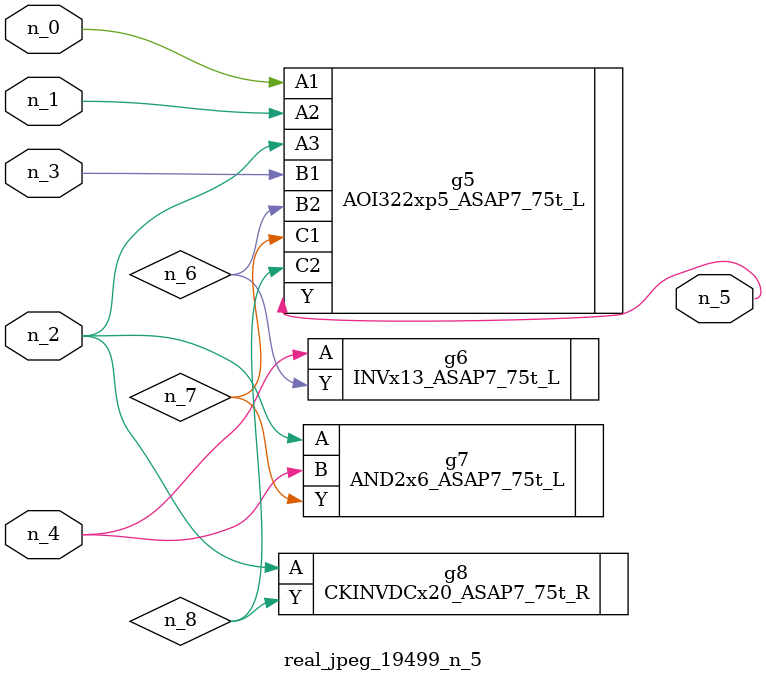
<source format=v>
module real_jpeg_19499_n_5 (n_4, n_0, n_1, n_2, n_3, n_5);

input n_4;
input n_0;
input n_1;
input n_2;
input n_3;

output n_5;

wire n_8;
wire n_6;
wire n_7;

AOI322xp5_ASAP7_75t_L g5 ( 
.A1(n_0),
.A2(n_1),
.A3(n_2),
.B1(n_3),
.B2(n_6),
.C1(n_7),
.C2(n_8),
.Y(n_5)
);

AND2x6_ASAP7_75t_L g7 ( 
.A(n_2),
.B(n_4),
.Y(n_7)
);

CKINVDCx20_ASAP7_75t_R g8 ( 
.A(n_2),
.Y(n_8)
);

INVx13_ASAP7_75t_L g6 ( 
.A(n_4),
.Y(n_6)
);


endmodule
</source>
